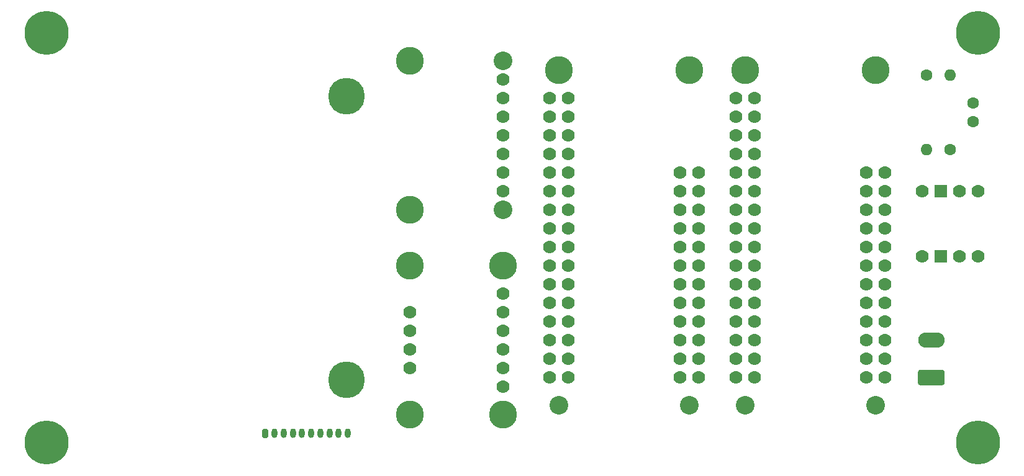
<source format=gts>
G04 #@! TF.GenerationSoftware,KiCad,Pcbnew,(5.1.9-0-10_14)*
G04 #@! TF.CreationDate,2021-05-11T12:02:21-04:00*
G04 #@! TF.ProjectId,Cryologger ITB - Adafruit,4372796f-6c6f-4676-9765-722049544220,rev?*
G04 #@! TF.SameCoordinates,Original*
G04 #@! TF.FileFunction,Soldermask,Top*
G04 #@! TF.FilePolarity,Negative*
%FSLAX46Y46*%
G04 Gerber Fmt 4.6, Leading zero omitted, Abs format (unit mm)*
G04 Created by KiCad (PCBNEW (5.1.9-0-10_14)) date 2021-05-11 12:02:21*
%MOMM*%
%LPD*%
G01*
G04 APERTURE LIST*
%ADD10C,4.999990*%
%ADD11C,1.778000*%
%ADD12C,3.810000*%
%ADD13C,2.540000*%
%ADD14O,0.800000X1.300000*%
%ADD15C,6.000000*%
%ADD16C,1.600000*%
%ADD17O,1.600000X1.600000*%
%ADD18R,1.778000X1.778000*%
%ADD19O,3.600000X2.080000*%
G04 APERTURE END LIST*
D10*
X151430000Y-61930000D03*
X151430000Y-100630000D03*
D11*
X179070000Y-62230000D03*
D12*
X180340000Y-58420000D03*
X198120000Y-58420000D03*
D13*
X180340000Y-104140000D03*
X198120000Y-104140000D03*
D11*
X179070000Y-64770000D03*
X179070000Y-67310000D03*
X179070000Y-69850000D03*
X179070000Y-72390000D03*
X179070000Y-74930000D03*
X179070000Y-77470000D03*
X179070000Y-80010000D03*
X179070000Y-82550000D03*
X179070000Y-85090000D03*
X179070000Y-87630000D03*
X179070000Y-90170000D03*
X179070000Y-92710000D03*
X179070000Y-95250000D03*
X179070000Y-97790000D03*
X179070000Y-100330000D03*
X199390000Y-72390000D03*
X199390000Y-74930000D03*
X199390000Y-77470000D03*
X199390000Y-80010000D03*
X199390000Y-82550000D03*
X199390000Y-85090000D03*
X199390000Y-87630000D03*
X199390000Y-90170000D03*
X199390000Y-92710000D03*
X199390000Y-95250000D03*
X199390000Y-97790000D03*
X199390000Y-100330000D03*
X181610000Y-69850000D03*
X181610000Y-74930000D03*
X181610000Y-77470000D03*
X181610000Y-64770000D03*
X181610000Y-72390000D03*
X181610000Y-67310000D03*
X181610000Y-80010000D03*
X181610000Y-97790000D03*
X181610000Y-100330000D03*
X181610000Y-92710000D03*
X181610000Y-95250000D03*
X181610000Y-85090000D03*
X181610000Y-87630000D03*
X181610000Y-90170000D03*
X181610000Y-82550000D03*
X181610000Y-62230000D03*
X196850000Y-82550000D03*
X196850000Y-74930000D03*
X196850000Y-80010000D03*
X196850000Y-85090000D03*
X196850000Y-77470000D03*
X196850000Y-72390000D03*
X196850000Y-87630000D03*
X196850000Y-92710000D03*
X196850000Y-90170000D03*
X196850000Y-100330000D03*
X196850000Y-95250000D03*
X196850000Y-97790000D03*
X222250000Y-97790000D03*
X222250000Y-95250000D03*
X222250000Y-100330000D03*
X222250000Y-90170000D03*
X222250000Y-92710000D03*
X222250000Y-87630000D03*
X222250000Y-72390000D03*
X222250000Y-77470000D03*
X222250000Y-85090000D03*
X222250000Y-80010000D03*
X222250000Y-74930000D03*
X222250000Y-82550000D03*
X207010000Y-62230000D03*
X207010000Y-82550000D03*
X207010000Y-90170000D03*
X207010000Y-87630000D03*
X207010000Y-85090000D03*
X207010000Y-95250000D03*
X207010000Y-92710000D03*
X207010000Y-100330000D03*
X207010000Y-97790000D03*
X207010000Y-80010000D03*
X207010000Y-67310000D03*
X207010000Y-72390000D03*
X207010000Y-64770000D03*
X207010000Y-77470000D03*
X207010000Y-74930000D03*
X207010000Y-69850000D03*
X224790000Y-100330000D03*
X224790000Y-97790000D03*
X224790000Y-95250000D03*
X224790000Y-92710000D03*
X224790000Y-90170000D03*
X224790000Y-87630000D03*
X224790000Y-85090000D03*
X224790000Y-82550000D03*
X224790000Y-80010000D03*
X224790000Y-77470000D03*
X224790000Y-74930000D03*
X224790000Y-72390000D03*
X204470000Y-100330000D03*
X204470000Y-97790000D03*
X204470000Y-95250000D03*
X204470000Y-92710000D03*
X204470000Y-90170000D03*
X204470000Y-87630000D03*
X204470000Y-85090000D03*
X204470000Y-82550000D03*
X204470000Y-80010000D03*
X204470000Y-77470000D03*
X204470000Y-74930000D03*
X204470000Y-72390000D03*
X204470000Y-69850000D03*
X204470000Y-67310000D03*
X204470000Y-64770000D03*
D13*
X223520000Y-104140000D03*
X205740000Y-104140000D03*
D12*
X223520000Y-58420000D03*
X205740000Y-58420000D03*
D11*
X204470000Y-62230000D03*
D14*
X151585000Y-107950000D03*
X150335000Y-107950000D03*
X149085000Y-107950000D03*
X147835000Y-107950000D03*
X146585000Y-107950000D03*
X145335000Y-107950000D03*
X144085000Y-107950000D03*
X142835000Y-107950000D03*
X141585000Y-107950000D03*
G36*
G01*
X139935000Y-108400000D02*
X139935000Y-107500000D01*
G75*
G02*
X140135000Y-107300000I200000J0D01*
G01*
X140535000Y-107300000D01*
G75*
G02*
X140735000Y-107500000I0J-200000D01*
G01*
X140735000Y-108400000D01*
G75*
G02*
X140535000Y-108600000I-200000J0D01*
G01*
X140135000Y-108600000D01*
G75*
G02*
X139935000Y-108400000I0J200000D01*
G01*
G37*
D15*
X110490000Y-109220000D03*
X110490000Y-53340000D03*
X237490000Y-53340000D03*
X237490000Y-109220000D03*
D12*
X160020000Y-85090000D03*
X160020000Y-105410000D03*
X172720000Y-85090000D03*
X172720000Y-105410000D03*
D11*
X172720000Y-91440000D03*
X172720000Y-88900000D03*
X160020000Y-99060000D03*
X160020000Y-96520000D03*
X160020000Y-93980000D03*
X160020000Y-91440000D03*
X172720000Y-101600000D03*
X172720000Y-99060000D03*
X172720000Y-96520000D03*
X172720000Y-93980000D03*
D16*
X236855000Y-65405000D03*
X236855000Y-62905000D03*
D17*
X233680000Y-59055000D03*
D16*
X233680000Y-69215000D03*
D17*
X230505000Y-69215000D03*
D16*
X230505000Y-59055000D03*
D11*
X237490000Y-74930000D03*
X234950000Y-74930000D03*
D18*
X232410000Y-74930000D03*
D11*
X229870000Y-74930000D03*
X229870000Y-83820000D03*
D18*
X232410000Y-83820000D03*
D11*
X234950000Y-83820000D03*
X237490000Y-83820000D03*
X172720000Y-67310000D03*
D12*
X160020000Y-77470000D03*
D11*
X172720000Y-69850000D03*
D13*
X172720000Y-77470000D03*
X172720000Y-57150000D03*
D11*
X172720000Y-72390000D03*
X172720000Y-74930000D03*
X172720000Y-64770000D03*
D12*
X160020000Y-57150000D03*
D11*
X172720000Y-62230000D03*
X172720000Y-59690000D03*
G36*
G01*
X232690002Y-101370000D02*
X229589998Y-101370000D01*
G75*
G02*
X229340000Y-101120002I0J249998D01*
G01*
X229340000Y-99539998D01*
G75*
G02*
X229589998Y-99290000I249998J0D01*
G01*
X232690002Y-99290000D01*
G75*
G02*
X232940000Y-99539998I0J-249998D01*
G01*
X232940000Y-101120002D01*
G75*
G02*
X232690002Y-101370000I-249998J0D01*
G01*
G37*
D19*
X231140000Y-95250000D03*
M02*

</source>
